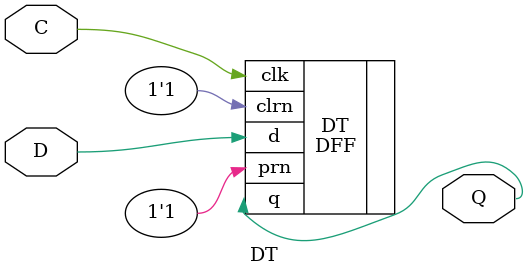
<source format=v>
module test ( (* chip_pin = "88" *)input nT, // Вторая часть, пытаемся реализовать на плате. nT и nR означают, что мы должны подавать их инверсными, потому что кнопка на плате дает "0" при нажатии
              (* chip_pin = "89" *)input nR,
              (* chip_pin = "23" *)input C,
              (* chip_pin = "87" *)output LedQ); //Делаем обозначение вывода на светодиод. Выводить будем 23-й разряд, т.е. старший. 
        wire [23:0] Q;
        wire TQ, RQ; // nT и nR проинвертировали и они стали TQ и RQ
        DT Sync [1:0] (.Q({TQ, RQ}), .D({!nT, !nR}), .C(C)); /* Нам нужно засинхронизировать R и T, потому что мы будем подавать их с кнопки. Кнопку мы будем нажимать 
                                                                асинхронно тактовому сигналу. Для этой синхронизации используем шаблон D триггера */
        wire [23:0] Y = {24{!RQ}} & ({24{TQ}} & (Q + 1'd1) |  ({24{!TQ}} & Q)); // T заменяем на TQ, а R заменяем на RQ.
                                        
        DT DT [23:0] (.Q(Q), .D(Y), .C(C));    
        assign LedQ = !Q[23]; // Наблюдаем за 23 разрядом (Диод кстати тоже инвертировали, потому что он по умолчанию в 1)
endmodule

module DT(input D, input C, output Q);
	    DFF DT (
				.d(D),         // Это по сути наши данные в D триггер 
				.clk(C),       // Это clk, наш тактовый сигнал для D Триггера
				.clrn(1'd1),   // Это Асинхронный сброс, он нам не нужен, поэтому ставим 1, так как инверсия
				.prn(1'd1),    // Это асинхронный вход установки (тоже нам не нужен и тоже инверсный)
				.q(Q)          // Ну а это логично - выход
				);
endmodule


</source>
